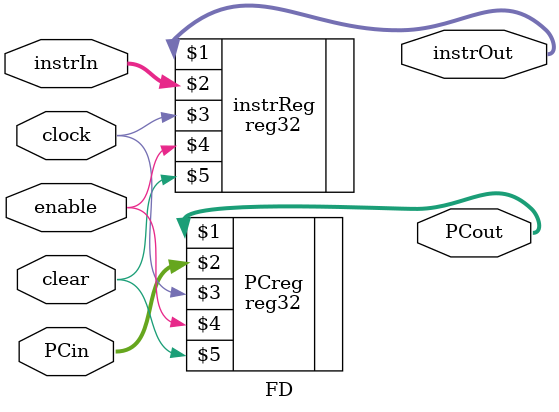
<source format=v>
module FD(instrIn, PCin, instrOut, PCout, clock, enable, clear);
	input clock, enable, clear;
	input [31:0] PCin;
	input [31:0] instrIn;

	output [31:0] PCout;
	output [31:0] instrOut;

	reg32 PCreg(PCout, PCin, clock, enable, clear);
	reg32 instrReg(instrOut, instrIn, clock, enable, clear);

endmodule
</source>
